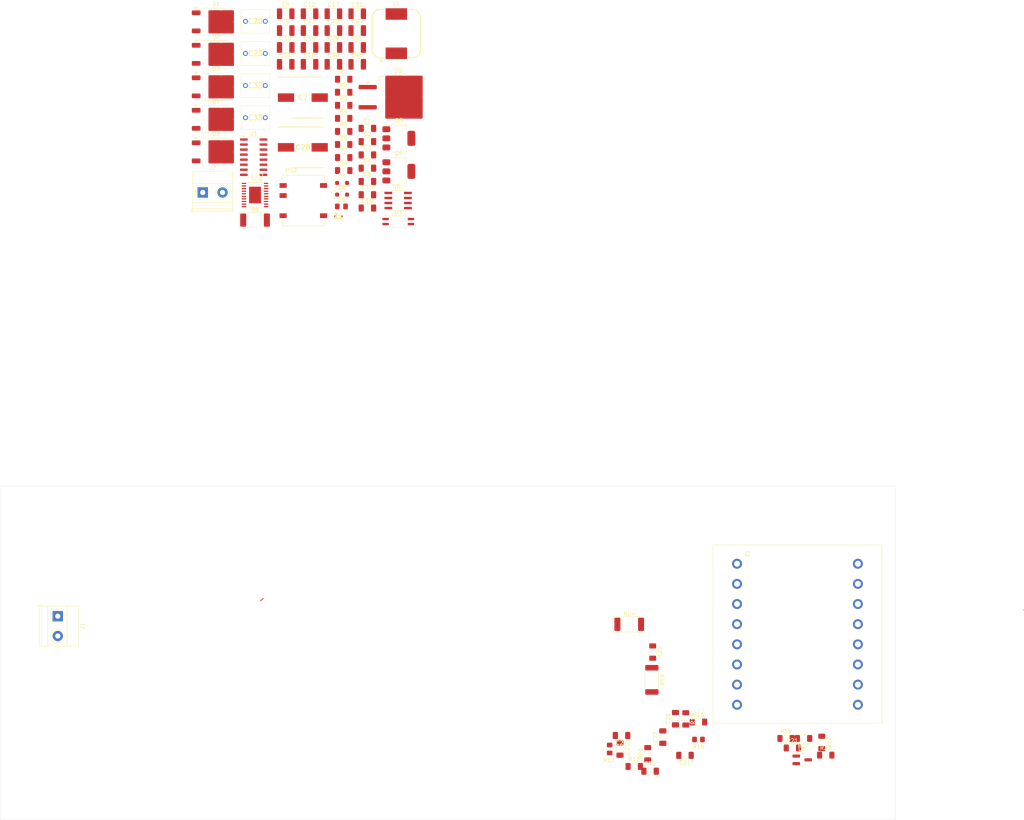
<source format=kicad_pcb>
(kicad_pcb (version 20240108) (generator "pcbnew") (generator_version "8.0")
  (layers (0 "F.Cu" signal) (31 "B.Cu" signal) (34 "B.Paste" user) (35 "F.Paste" user) (36 "B.SilkS" user "B.Silkscreen") (37 "F.SilkS" user "F.Silkscreen") (38 "B.Mask" user) (39 "F.Mask" user) (44 "Edge.Cuts" user))
  (net 0 "")
  (net 1 "GND")
  (net 2 "+12V")
  (net 3 "VIN")
  (net 4 "ISO12")
  (net 5 "ISOGND")
  (net 6 "Net-(U5-REF)")
  (net 7 "Net-(C24-Pad2)")
  (net 8 "Net-(T2-SB)")
  (net 9 "/GATE_HIGH")
  (net 10 "/GATE_LOW")
  (net 11 "/PWM")
  (net 12 "/LS_SOURCE")
  (net 13 "Net-(R15-Pad2)")
  (net 14 "Net-(R16-Pad2)")
  (net 15 "Net-(U5-K)")
  (net 16 "Vo")
  (net 17 "Net-(R19-Pad1)")
  (net 18 "OUTGND")
  (net 19 "Net-(U2-SS)")
  (net 20 "Net-(U2-VCC)")
  (net 21 "Net-(C3-Pad2)")
  (net 22 "Net-(U2-COMP)")
  (net 23 "Net-(U2-RAMP)")
  (net 24 "Net-(C5-Pad1)")
  (net 25 "Net-(D2-K)")
  (net 26 "Net-(U2-BST)")
  (net 27 "Net-(U1-DISABLE)")
  (net 28 "Net-(U1-VDDI)")
  (net 29 "Net-(C18-Pad1)")
  (net 30 "Net-(Q6-B)")
  (net 31 "Net-(U6-FB)")
  (net 32 "Net-(Q6-E)")
  (net 33 "Net-(Q5-E)")
  (net 34 "Net-(Q5-B)")
  (net 35 "Net-(U6-ISENSE)")
  (net 36 "Net-(Q5-C)")
  (net 37 "Net-(U2-IS)")
  (net 38 "Net-(T2-AB)")
  (net 39 "Net-(D4-K)")
  (net 40 "Net-(D6-K)")
  (net 42 "Net-(U2-FB)")
  (net 43 "Net-(U2-RT)")
  (footprint "Capacitor_SMD:C_1210_3225Metric_Pad1.33x2.70mm_HandSolder" (layer "F.Cu") (at 98.145 -63.975)
    (property "Reference" "C31")
    (property "Value" "10u")
  )
  (footprint "Capacitor_SMD:C_1210_3225Metric_Pad1.33x2.70mm_HandSolder" (layer "F.Cu") (at 98.145 -59.725)
    (property "Reference" "C44")
    (property "Value" "2.2u")
  )
  (footprint "Resistor_SMD:R_0805_2012Metric_Pad1.20x1.40mm_HandSolder" (layer "F.Cu") (at 184.2 119.0375)
    (property "Reference" "R16")
    (property "Value" "4.99k")
  )
  (footprint "Resistor_SMD:R_0805_2012Metric_Pad1.20x1.40mm_HandSolder" (layer "F.Cu") (at 161.8 121.4375 90)
    (property "Reference" "R12")
    (property "Value" "1.1M")
  )
  (footprint "Resistor_SMD:R_1206_3216Metric_Pad1.30x1.75mm_HandSolder" (layer "F.Cu") (at 172.65 97 -90)
    (property "Reference" "R26")
    (property "Value" "100k")
  )
  (footprint "Capacitor_SMD:C_0805_2012Metric_Pad1.18x1.45mm_HandSolder" (layer "F.Cu") (at 94.165 -15.375)
    (property "Reference" "C5")
    (property "Value" "1.2n")
  )
  (footprint "Package_TO_SOT_SMD:SOT-23_Handsoldering" (layer "F.Cu") (at 210.35 124.175)
    (property "Reference" "U5")
    (property "Value" "TL431DBZ")
  )
  (footprint "Resistor_SMD:R_1206_3216Metric_Pad1.30x1.75mm_HandSolder" (layer "F.Cu") (at 171.4 122.6375 90)
    (property "Reference" "R20")
    (property "Value" "10k")
  )
  (footprint "Package_SO:SOIC-16_3.9x9.9mm_P1.27mm" (layer "F.Cu") (at 72.035 -27.805)
    (property "Reference" "U1")
    (property "Value" "2EDS8265H")
  )
  (footprint "Capacitor_SMD:C_1206_3216Metric_Pad1.33x1.80mm_HandSolder" (layer "F.Cu") (at 100.715 -31.725)
    (property "Reference" "C2")
    (property "Value" "100n")
  )
  (footprint "Capacitor_SMD:C_1210_3225Metric_Pad1.33x2.70mm_HandSolder" (layer "F.Cu") (at 86.125 -51.225)
    (property "Reference" "C16")
    (property "Value" "10u")
  )
  (footprint "Resistor_SMD:R_1206_3216Metric_Pad1.30x1.75mm_HandSolder" (layer "F.Cu") (at 184.2 114.6375)
    (property "Reference" "R15")
    (property "Value" "18.2k")
  )
  (footprint "powerlabLibrary:R82EC4100DQ70J" (layer "F.Cu") (at 69.96 -53.95)
    (property "Reference" "C23")
    (property "Value" "R82EC4100DQ70J" (hide yes))
  )
  (footprint "Capacitor_SMD:C_1206_3216Metric_Pad1.33x1.80mm_HandSolder" (layer "F.Cu") (at 100.715 -35.075)
    (property "Reference" "C1")
    (property "Value" "8.2n")
  )
  (footprint "powerlabLibrary:SODFL1608X65N" (layer "F.Cu") (at 93.42 -12.87)
    (property "Reference" "Z1")
    (property "Value" "BZT585B10T-7" (hide yes))
  )
  (footprint "Capacitor_SMD:C_1210_3225Metric_Pad1.33x2.70mm_HandSolder" (layer "F.Cu") (at 86.125 -59.725)
    (property "Reference" "C13")
    (property "Value" "10u")
  )
  (footprint "Capacitor_SMD:C_1206_3216Metric_Pad1.33x1.80mm_HandSolder" (layer "F.Cu") (at 172 127.0375)
    (property "Reference" "C25")
    (property "Value" "1.5n")
  )
  (footprint "Diode_SMD:D_2512_6332Metric_Pad1.52x3.35mm_HandSolder" (layer "F.Cu") (at 166.7375 90)
    (property "Reference" "R24")
    (property "Value" "10R")
  )
  (footprint "powerlabLibrary:CAPAE1030X1270N" (layer "F.Cu") (at 84.435 -42.825)
    (property "Reference" "C7")
    (property "Value" "A768MS566M1KLAE034" (hide yes))
  )
  (footprint "Capacitor_SMD:C_1210_3225Metric_Pad1.33x2.70mm_HandSolder" (layer "F.Cu") (at 86.125 -55.475)
    (property "Reference" "C14")
    (property "Value" "10u")
  )
  (footprint "Diode_SMD:D_SOD-323_HandSoldering" (layer "F.Cu") (at 94.33 -18.355)
    (property "Reference" "D6")
    (property "Value" "BZX384-B15")
  )
  (footprint "Resistor_SMD:R_1206_3216Metric_Pad1.30x1.75mm_HandSolder" (layer "F.Cu") (at 207.8875 121.175)
    (property "Reference" "R21")
    (property "Value" "39k")
  )
  (footprint "powerlabLibrary:SOP65P640X110-21N" (layer "F.Cu") (at 72.374 -18.2526)
    (property "Reference" "U2")
    (property "Value" "LM5576MHX_NOPB")
  )
  (footprint "Resistor_SMD:R_1206_3216Metric_Pad1.30x1.75mm_HandSolder" (layer "F.Cu") (at 168 125.8375)
    (property "Reference" "R13")
    (property "Value" "5.76k")
  )
  (footprint "Capacitor_SMD:C_1206_3216Metric_Pad1.33x1.80mm_HandSolder" (layer "F.Cu") (at 100.715 -28.375)
    (property "Reference" "C3")
    (property "Value" "39p")
  )
  (footprint "Capacitor_SMD:C_1210_3225Metric_Pad1.33x2.70mm_HandSolder" (layer "F.Cu") (at 92.135 -55.475)
    (property "Reference" "C29")
    (property "Value" "10u")
  )
  (footprint "Capacitor_SMD:C_1206_3216Metric_Pad1.33x1.80mm_HandSolder" (layer "F.Cu") (at 100.715 -25.025)
    (property "Reference" "C4")
    (property "Value" "680p")
  )
  (footprint "powerlabLibrary:R82EC4100DQ70J" (layer "F.Cu") (at 69.96 -62.05)
    (property "Reference" "C20")
    (property "Value" "R82EC4100DQ70J" (hide yes))
  )
  (footprint "TerminalBlock_Phoenix:TerminalBlock_Phoenix_MKDS-1,5-2_1x02_P5.00mm_Horizontal" (layer "F.Cu") (at 59.185 -18.895)
    (property "Reference" "J2")
    (property "Value" "Conn_01x02_Pin")
  )
  (footprint "Package_TO_SOT_SMD:SOT-223-3_TabPin2" (layer "F.Cu") (at 108.645 -24.225)
    (property "Reference" "Q6")
    (property "Value" "PZT2907AT1G")
  )
  (footprint "Package_TO_SOT_SMD:TO-252-2" (layer "F.Cu") (at 62.575 -37.345)
    (property "Reference" "Q1")
    (property "Value" "FDD86110")
  )
  (footprint "powerlabLibrary:ETD39_coilformer" (layer "F.Cu") (at 193.92 74.72 -90)
    (property "Reference" "T2")
    (property "Value" "ELE713 Transformer")
  )
  (footprint "Resistor_SMD:R_1206_3216Metric_Pad1.30x1.75mm_HandSolder" (layer "F.Cu") (at 94.735 -40.875)
    (property "Reference" "R3")
    (property "Value" "1.02k")
  )
  (footprint "Resistor_SMD:R_1206_3216Metric_Pad1.30x1.75mm_HandSolder" (layer "F.Cu") (at 206.2875 118.775)
    (property "Reference" "R19")
    (property "Value" "680R")
  )
  (footprint "Package_TO_SOT_SMD:TO-252-2" (layer "F.Cu") (at 62.575 -29.15)
    (property "Reference" "Q2")
    (property "Value" "FDD86110")
  )
  (footprint "Capacitor_SMD:C_1206_3216Metric_Pad1.33x1.80mm_HandSolder" (layer "F.Cu") (at 100.715 -21.675)
    (property "Reference" "C6")
    (property "Value" "22n")
  )
  (footprint "Capacitor_SMD:C_1210_3225Metric_Pad1.33x2.70mm_HandSolder" (layer "F.Cu") (at 80.115 -59.725)
    (property "Reference" "C9")
    (property "Value" "2.2u")
  )
  (footprint "Diode_SMD:D_SOD-323_HandSoldering" (layer "F.Cu") (at 94.33 -21.305)
    (property "Reference" "D4")
    (property "Value" "BZX384-B15")
  )
  (footprint "Package_SO:SOP-4_4.4x2.6mm_P1.27mm" (layer "F.Cu") (at 108.495 -11.565)
    (property "Reference" "U3")
    (property "Value" "TCMT1103")
  )
  (footprint "Resistor_SMD:R_1206_3216Metric_Pad1.30x1.75mm_HandSolder" (layer "F.Cu") (at 181 113.8375 -90)
    (property "Reference" "R14")
    (property "Value" "4.22k")
  )
  (footprint "Capacitor_SMD:C_1210_3225Metric_Pad1.33x2.70mm_HandSolder" (layer "F.Cu") (at 98.145 -55.475)
    (property "Reference" "C45")
    (property "Value" "2.2u")
  )
  (footprint "Resistor_SMD:R_1206_3216Metric_Pad1.30x1.75mm_HandSolder" (layer "F.Cu") (at 94.735 -44.165)
    (property "Reference" "R2")
    (property "Value" "8.87k")
  )
  (footprint "Diode_SMD:D_2512_6332Metric_Pad1.52x3.35mm_HandSolder" (layer "F.Cu") (at 72.38 -11.935)
    (property "Reference" "R8")
    (property "Value" "10R")
  )
  (footprint "powerlabLibrary:SOIC127P599X175-8N" (layer "F.Cu") (at 108.46 -16.8725)
    (property "Reference" "U6")
    (property "Value" "UC3845")
  )
  (footprint "powerlabLibrary:CONV_R1S-1212-R" (layer "F.Cu") (at 84.56 -16.85)
    (property "Reference" "PS2")
    (property "Value" "R1S-1212-R")
  )
  (footprint "Capacitor_SMD:C_1206_3216Metric_Pad1.33x1.80mm_HandSolder" (layer "F.Cu") (at 175.2 118.4375 90)
    (property "Reference" "C22")
    (property "Value" "6.8n")
  )
  (footprint "powerlabLibrary:R82EC4100DQ70J" (layer "F.Cu") (at 69.96 -45.85)
    (property "Reference" "C32")
    (property "Value" "R82EC4100DQ70J" (hide yes))
  )
  (footprint "Capacitor_SMD:C_1206_3216Metric_Pad1.33x1.80mm_HandSolder" (layer "F.Cu") (at 164.8 118.0375 180)
    (property "Reference" "C27")
    (property "Value" "1u")
  )
  (footprint "Capacitor_SMD:C_1210_3225Metric_Pad1.33x2.70mm_HandSolder" (layer "F.Cu") (at 92.135 -59.725)
    (property "Reference" "C19")
    (property "Value" "10u")
  )
  (footprint "Capacitor_SMD:C_1210_3225Metric_Pad1.33x2.70mm_HandSolder" (layer "F.Cu") (at 86.125 -63.975)
    (property "Reference" "C12")
    (property "Value" "2.2u")
  )
  (footprint "Resistor_SMD:R_1206_3216Metric_Pad1.30x1.75mm_HandSolder" (layer "F.Cu") (at 215.2875 119.775 -90)
    (property "Reference" "R22")
    (property "Value" "9.53k")
  )
  (footprint "Resistor_SMD:R_1206_3216Metric_Pad1.30x1.75mm_HandSolder" (layer "F.Cu") (at 94.735 -24.425)
    (property "Reference" "R9")
    (property "Value" "100k")
  )
  (footprint "Capacitor_SMD:C_1206_3216Metric_Pad1.33x1.80mm_HandSolder" (layer "F.Cu") (at 164.4 121.4375 -90)
    (property "Reference" "C24")
    (property "Value" "10n")
  )
  (footprint "Resistor_SMD:R_2512_6332Metric_Pad1.40x3.35mm_HandSolder" (layer "F.Cu") (at 172.45 104 -90)
    (property "Reference" "R10")
    (property "Value" "4m")
  )
  (footprint "Resistor_SMD:R_1206_3216Metric_Pad1.30x1.75mm_HandSolder" (layer "F.Cu") (at 94.735 -47.455)
    (property "Reference" "R1")
    (property "Value" "46.4k")
  )
  (footprint "Capacitor_SMD:C_1210_3225Metric_Pad1.33x2.70mm_HandSolder" (layer "F.Cu") (at 80.115 -63.975)
    (property "Reference" "C8")
    (property "Value" "10u")
  )
  (footprint "Resistor_SMD:R_1206_3216Metric_Pad1.30x1.75mm_HandSolder" (layer "F.Cu") (at 94.735 -27.715)
    (property "Reference" "R7")
    (property "Value" "10k")
  )
  (footprint "Capacitor_SMD:C_1206_3216Metric_Pad1.33x1.80mm_HandSolder" (layer "F.Cu") (at 178.4 113.8 90)
    (property "Reference" "C26")
    (property "Value" "100p")
  )
  (footprint "Package_TO_SOT_SMD:TO-252-2" (layer "F.Cu") (at 62.575 -53.735)
    (property "Reference" "D2")
    (property "Value" "V35PWM10HM3")
  )
  (footprint "Capacitor_SMD:C_1210_3225Metric_Pad1.33x2.70mm_HandSolder" (layer "F.Cu") (at 80.115 -55.475)
    (property "Reference" "C10")
    (property "Value" "10u")
  )
  (footprint "powerlabLibrary:CAPAE1030X1270N" (layer "F.Cu") (at 84.435 -30.275)
    (property "Reference" "C28")
    (property "Value" "A768MS566M1KLAE034" (hide yes))
  )
  (footprint "Resistor_SMD:R_1206_3216Metric_Pad1.30x1.75mm_HandSolder" (layer "F.Cu") (at 94.735 -34.295)
    (property "Reference" "R5")
    (property "Value" "2.49k")
  )
  (footprint "Capacitor_SMD:C_1210_3225Metric_Pad1.33x2.70mm_HandSolder" (layer "F.Cu") (at 92.135 -63.975)
    (property "Reference" "C17")
    (property "Value" "10u")
  )
  (footprint "Package_TO_SOT_SMD:TO-252-2" (layer "F.Cu") (at 62.575 -61.93)
    (property "Reference" "D1")
    (property "Value" "V35PWM10HM3")
  )
  (footprint "Resistor_SMD:R_1206_3216Metric_Pad1.30x1.75mm_HandSolder" (layer "F.Cu") (at 210.6875 118.775 180)
    (property "Reference" "R17")
    (property "Value" "1k")
  )
  (footprint "Capacitor_SMD:C_1210_3225Metric_Pad1.33x2.70mm_HandSolder" (layer "F.Cu") (at 80.115 -51.225)
    (property "Reference" "C11")
    (property "Value" "2.2u")
  )
  (footprint "Capacitor_SMD:C_1210_3225Metric_Pad1.33x2.70mm_HandSolder" (layer "F.Cu") (at 92.135 -51.225)
    (property "Reference" "C30")
    (property "Value" "10u")
  )
  (footprint "Resistor_SMD:R_1206_3216Metric_Pad1.30x1.75mm_HandSolder" (layer "F.Cu") (at 216.2875 122.975)
    (property "Reference" "R23")
    (property "Value" "2.49k")
  )
  (footprint "Capacitor_SMD:C_1206_3216Metric_Pad1.33x1.80mm_HandSolder" (layer "F.Cu") (at 100.715 -14.975)
    (property "Reference" "C18")
    (property "Value" "10n")
  )
  (footprint "Resistor_SMD:R_1206_3216Metric_Pad1.30x1.75mm_HandSolder" (layer "F.Cu") (at 94.735 -37.585)
    (property "Reference" "R4")
    (property "Value" "20.5k")
  )
  (footprint "Package_TO_SOT_SMD:TO-252-2" (layer "F.Cu") (at 62.575 -45.54)
    (property "Reference" "D3")
    (property "Value" "V35PWM10HM3")
  )
  (footprint "powerlabLibrary:WE-PD_1210" (layer "F.Cu") (at 108 -58.95)
    (property "Reference" "L1")
    (property "Value" "68u")
  )
  (footprint "Resistor_SMD:R_1206_3216Metric_Pad1.30x1.75mm_HandSolder" (layer "F.Cu") (at 94.735 -31.005)
    (property "Reference" "R6")
    (property "Value" "1k")
  )
  (footprint "powerlabLibrary:R82EC4100DQ70J" (layer "F.Cu") (at 69.96 -37.75)
    (property "Reference" "C33")
    (property "Value" "R82EC4100DQ70J" (hide yes))
  )
  (footprint "Package_TO_SOT_SMD:TO-263-2" (layer "F.Cu") (at 108.435 -42.925)
    (property "Reference" "D5")
    (property "Value" "DSSK 28-006BS")
  )
  (footprint "Capacitor_SMD:C_1206_3216Metric_Pad1.33x1.80mm_HandSolder" (layer "F.Cu") (at 180.8 123.0375 180)
    (property "Reference" "C21")
    (property "Value" "4.7u")
  )
  (footprint "TerminalBlock_Phoenix:TerminalBlock_Phoenix_MKDS-1,5-2_1x02_P5.00mm_Horizontal" (layer "F.Cu") (at 22.645 87.95 -90)
    (property "Reference" "J1")
    (property "Value" "Conn_01x02_Pin")
  )
  (footprint "Capacitor_SMD:C_1206_3216Metric_Pad1.33x1.80mm_HandSolder" (layer "F.Cu") (at 100.715 -18.325)
    (property "Reference" "C15")
    (property "Value" "22n")
  )
  (footprint "Package_TO_SOT_SMD:SOT-223-3_TabPin2" (layer "F.Cu") (at 108.645 -32.55)
    (property "Reference" "Q5")
    (property "Value" "PZT2222AT1G")
  )
  (footprint "Capacitor_SMD:C_1210_3225Metric_Pad1.33x2.70mm_HandSolder" (layer "F.Cu") (at 98.145 -51.225)
    (property "Reference" "C46")
    (property "Value" "2.2u")
  )
  (gr_rect (start 8.0925 55.117677) (end 233.78 139.310354) (stroke (width 0.05)) (fill none) (layer "Edge.Cuts"))
  (segment (start 73.767677 84.1) (end 74.4 83.467677) (width 0.2) (layer "F.Cu") (net 3))
  (segment (start 266.205 86.35) (end 266.205 86.3125) (width 0.2) (layer "B.Cu") (net 16))
)
</source>
